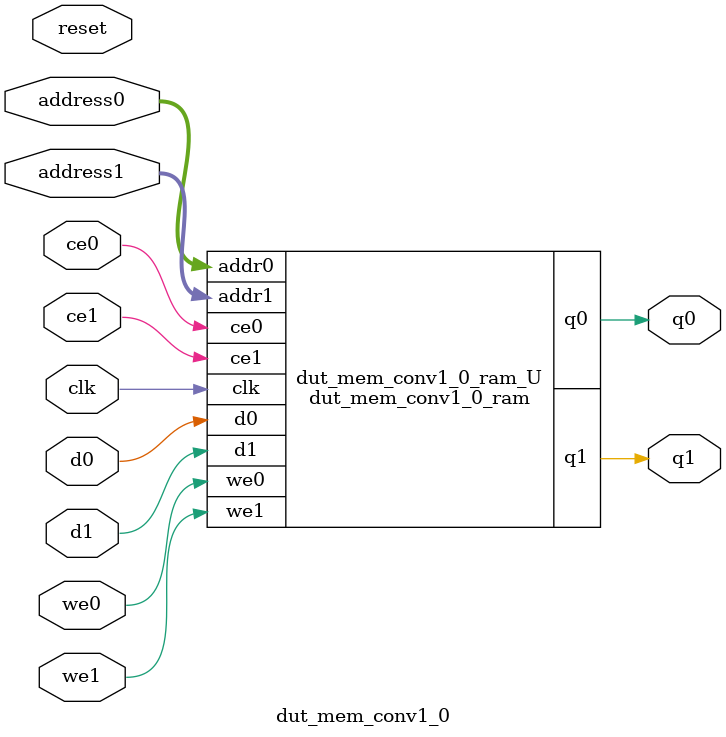
<source format=v>

`timescale 1 ns / 1 ps
module dut_mem_conv1_0_ram (addr0, ce0, d0, we0, q0, addr1, ce1, d1, we1, q1,  clk);

parameter DWIDTH = 1;
parameter AWIDTH = 10;
parameter MEM_SIZE = 648;

input[AWIDTH-1:0] addr0;
input ce0;
input[DWIDTH-1:0] d0;
input we0;
output reg[DWIDTH-1:0] q0;
input[AWIDTH-1:0] addr1;
input ce1;
input[DWIDTH-1:0] d1;
input we1;
output reg[DWIDTH-1:0] q1;
input clk;

(* ram_style = "block" *)reg [DWIDTH-1:0] ram[MEM_SIZE-1:0];




always @(posedge clk)  
begin 
    if (ce0) 
    begin
        if (we0) 
        begin 
            ram[addr0] <= d0; 
            q0 <= d0;
        end 
        else 
            q0 <= ram[addr0];
    end
end


always @(posedge clk)  
begin 
    if (ce1) 
    begin
        if (we1) 
        begin 
            ram[addr1] <= d1; 
            q1 <= d1;
        end 
        else 
            q1 <= ram[addr1];
    end
end


endmodule


`timescale 1 ns / 1 ps
module dut_mem_conv1_0(
    reset,
    clk,
    address0,
    ce0,
    we0,
    d0,
    q0,
    address1,
    ce1,
    we1,
    d1,
    q1);

parameter DataWidth = 32'd1;
parameter AddressRange = 32'd648;
parameter AddressWidth = 32'd10;
input reset;
input clk;
input[AddressWidth - 1:0] address0;
input ce0;
input we0;
input[DataWidth - 1:0] d0;
output[DataWidth - 1:0] q0;
input[AddressWidth - 1:0] address1;
input ce1;
input we1;
input[DataWidth - 1:0] d1;
output[DataWidth - 1:0] q1;



dut_mem_conv1_0_ram dut_mem_conv1_0_ram_U(
    .clk( clk ),
    .addr0( address0 ),
    .ce0( ce0 ),
    .d0( d0 ),
    .we0( we0 ),
    .q0( q0 ),
    .addr1( address1 ),
    .ce1( ce1 ),
    .d1( d1 ),
    .we1( we1 ),
    .q1( q1 ));

endmodule


</source>
